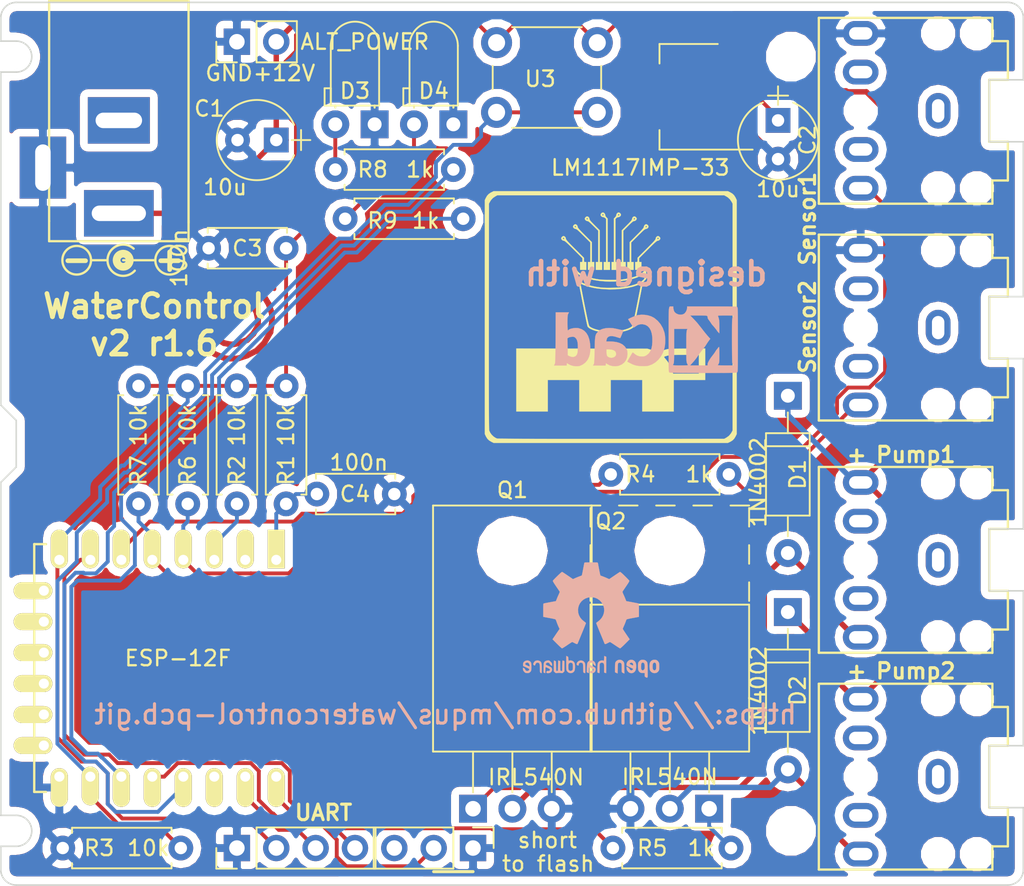
<source format=kicad_pcb>
(kicad_pcb (version 4) (host pcbnew 4.0.6)
  (title_block (title "P2-WaterControl v2") (date 2017-05-04) (rev 1.6))
  (layers (0 F.Cu signal) (31 B.Cu signal) (34 B.Paste user hide) (35 F.Paste user hide) (36 B.SilkS user) (37 F.SilkS user) (38 B.Mask user) (39 F.Mask user) (44 Edge.Cuts user))
  (net 0 "")
  (net 1 /12V)
  (net 2 GNDREF)
  (net 3 "Net-(C4-Pad2)")
  (net 4 "Net-(D1-Pad2)")
  (net 5 "Net-(D2-Pad2)")
  (net 6 /GPIO0)
  (net 7 /RXD0)
  (net 8 /TXD0)
  (net 9 /ctl1)
  (net 10 /ctl2)
  (net 11 "Net-(Q1-Pad1)")
  (net 12 "Net-(Q2-Pad1)")
  (net 13 "Net-(R2-Pad1)")
  (net 14 "Net-(R3-Pad2)")
  (net 15 /ctl3)
  (net 16 /ctl4)
  (net 17 "Net-(J1-Pad3)")
  (net 18 "Net-(J2-Pad3)")
  (net 19 "Net-(J5-Pad1)")
  (net 20 "Net-(J5-Pad5)")
  (net 21 "Net-(J5-Pad4)")
  (net 22 "Net-(J6-Pad1)")
  (net 23 "Net-(J6-Pad5)")
  (net 24 "Net-(J6-Pad4)")
  (net 25 "Net-(J7-Pad1)")
  (net 26 "Net-(J7-Pad5)")
  (net 27 "Net-(J7-Pad4)")
  (net 28 "Net-(J8-Pad1)")
  (net 29 "Net-(J8-Pad5)")
  (net 30 "Net-(J8-Pad4)")
  (net 31 /HEAT_Vcc)
  (net 32 "Net-(U2-Pad2)")
  (net 33 "Net-(U2-Pad14)")
  (net 34 "Net-(U2-Pad17)")
  (net 35 "Net-(U2-Pad18)")
  (net 36 "Net-(U2-Pad21)")
  (net 37 "Net-(U2-Pad22)")
  (net 38 +3V3)
  (net 39 "Net-(D3-Pad2)")
  (net 40 "Net-(D4-Pad2)")
  (net 41 /led2)
  (net 42 /led1)
  (net 43 "Net-(U2-Pad19)")
  (net 44 "Net-(U2-Pad20)")
  (module Symbols:Symbol_CreativeCommons_CopperTop_Type2_Small (layer F.Cu) (at 34 40.5)
    (fp_text reference REF** hide)
    (fp_text value Symbol_CreativeCommons_CopperTop_Type2_Small)
    (fp_line (start 1.7502 -0.9001) (end 1.65114 -0.99916) (layer F.Cu) (width 0.381))
    (fp_line (start 1.65114 -0.99916) (end 1.45048 -1.10076) (layer F.Cu) (width 0.381))
    (fp_line (start 1.45048 -1.10076) (end 1.15076 -1.10076) (layer F.Cu) (width 0.381))
    (fp_line (start 1.15076 -1.10076) (end 0.85104 -0.99916) (layer F.Cu) (width 0.381))
    (fp_line (start 0.85104 -0.99916) (end 0.65038 -0.60038) (layer F.Cu) (width 0.381))
    (fp_line (start 0.65038 -0.60038) (end 0.54878 -0.1) (layer F.Cu) (width 0.381))
    (fp_line (start 0.54878 -0.1) (end 0.54878 0.29878) (layer F.Cu) (width 0.381))
    (fp_line (start 0.54878 0.29878) (end 0.74944 0.7001) (layer F.Cu) (width 0.381))
    (fp_line (start 0.74944 0.7001) (end 1.15076 0.90076) (layer F.Cu) (width 0.381))
    (fp_line (start 1.15076 0.90076) (end 1.34888 0.90076) (layer F.Cu) (width 0.381))
    (fp_line (start 1.34888 0.90076) (end 1.65114 0.90076) (layer F.Cu) (width 0.381))
    (fp_line (start 1.65114 0.90076) (end 1.7502 0.7001) (layer F.Cu) (width 0.381))
    (fp_line (start -0.24878 -0.9001) (end -0.35038 -0.99916) (layer F.Cu) (width 0.381))
    (fp_line (start -0.35038 -0.99916) (end -0.6501 -1.10076) (layer F.Cu) (width 0.381))
    (fp_line (start -0.6501 -1.10076) (end -1.04888 -0.99916) (layer F.Cu) (width 0.381))
    (fp_line (start -1.04888 -0.99916) (end -1.35114 -0.80104) (layer F.Cu) (width 0.381))
    (fp_line (start -1.35114 -0.80104) (end -1.4502 -0.39972) (layer F.Cu) (width 0.381))
    (fp_line (start -1.4502 -0.39972) (end -1.4502 -0.00094) (layer F.Cu) (width 0.381))
    (fp_line (start -1.4502 -0.00094) (end -1.35114 0.49944) (layer F.Cu) (width 0.381))
    (fp_line (start -1.35114 0.49944) (end -1.15048 0.79916) (layer F.Cu) (width 0.381))
    (fp_line (start -1.15048 0.79916) (end -0.85076 0.90076) (layer F.Cu) (width 0.381))
    (fp_line (start -0.85076 0.90076) (end -0.44944 0.90076) (layer F.Cu) (width 0.381))
    (fp_line (start -0.44944 0.90076) (end -0.24878 0.7001) (layer F.Cu) (width 0.381))
    (fp_line (start 0.15 -2.59936) (end 0.05094 -2.59936) (layer F.Cu) (width 0.381))
    (fp_line (start 0.05094 -2.59936) (end -0.55104 -2.5003) (layer F.Cu) (width 0.381))
    (fp_line (start -0.55104 -2.5003) (end -1.04888 -2.29964) (layer F.Cu) (width 0.381))
    (fp_line (start -1.04888 -2.29964) (end -1.54926 -1.90086) (layer F.Cu) (width 0.381))
    (fp_line (start -1.54926 -1.90086) (end -2.04964 -1.29888) (layer F.Cu) (width 0.381))
    (fp_line (start -2.04964 -1.29888) (end -2.2503 -0.9001) (layer F.Cu) (width 0.381))
    (fp_line (start -2.2503 -0.9001) (end -2.34936 -0.39972) (layer F.Cu) (width 0.381))
    (fp_line (start -2.34936 -0.39972) (end -2.34936 0.19972) (layer F.Cu) (width 0.381))
    (fp_line (start -2.34936 0.19972) (end -2.15124 0.99982) (layer F.Cu) (width 0.381))
    (fp_line (start -2.15124 0.99982) (end -1.54926 1.70086) (layer F.Cu) (width 0.381))
    (fp_line (start -1.54926 1.70086) (end -1.04888 2.09964) (layer F.Cu) (width 0.381))
    (fp_line (start -1.04888 2.09964) (end -0.35038 2.39936) (layer F.Cu) (width 0.381))
    (fp_line (start -0.35038 2.39936) (end 0.44972 2.39936) (layer F.Cu) (width 0.381))
    (fp_line (start 0.44972 2.39936) (end 1.04916 2.20124) (layer F.Cu) (width 0.381))
    (fp_line (start 1.04916 2.20124) (end 1.65114 1.89898) (layer F.Cu) (width 0.381))
    (fp_line (start 1.65114 1.89898) (end 2.14898 1.40114) (layer F.Cu) (width 0.381))
    (fp_line (start 2.14898 1.40114) (end 2.5503 0.7001) (layer F.Cu) (width 0.381))
    (fp_line (start 2.5503 0.7001) (end 2.64936 0.10066) (layer F.Cu) (width 0.381))
    (fp_line (start 2.64936 0.10066) (end 2.64936 -0.49878) (layer F.Cu) (width 0.381))
    (fp_line (start 2.64936 -0.49878) (end 2.45124 -1.10076) (layer F.Cu) (width 0.381))
    (fp_line (start 2.45124 -1.10076) (end 2.14898 -1.60114) (layer F.Cu) (width 0.381))
    (fp_line (start 2.14898 -1.60114) (end 1.65114 -2.09898) (layer F.Cu) (width 0.381))
    (fp_line (start 1.65114 -2.09898) (end 1.15076 -2.40124) (layer F.Cu) (width 0.381))
    (fp_line (start 1.15076 -2.40124) (end 0.74944 -2.5003) (layer F.Cu) (width 0.381))
    (fp_line (start 0.74944 -2.5003) (end 0.15 -2.59936) (layer F.Cu) (width 0.381))
  )
  (module Symbols:Symbol_CC-ShareAlike_CopperTop_Small (layer F.Cu) (at 45 40.5)
    (fp_text reference REF** hide)
    (fp_text value Symbol_CC-ShareAlike_CopperTop_Small)
    (fp_line (start -1.09982 1.19888) (end -0.59944 1.50114) (layer F.Cu) (width 0.381))
    (fp_line (start -0.59944 1.50114) (end -0.09906 1.6002) (layer F.Cu) (width 0.381))
    (fp_line (start -0.09906 1.6002) (end 0.39878 1.50114) (layer F.Cu) (width 0.381))
    (fp_line (start 0.39878 1.50114) (end 0.89916 1.30048) (layer F.Cu) (width 0.381))
    (fp_line (start 0.89916 1.30048) (end 1.30048 0.89916) (layer F.Cu) (width 0.381))
    (fp_line (start 1.30048 0.89916) (end 1.6002 0.39878) (layer F.Cu) (width 0.381))
    (fp_line (start 1.6002 0.39878) (end 1.6002 0) (layer F.Cu) (width 0.381))
    (fp_line (start 1.6002 0) (end 1.50114 -0.50038) (layer F.Cu) (width 0.381))
    (fp_line (start 1.50114 -0.50038) (end 1.19888 -1.00076) (layer F.Cu) (width 0.381))
    (fp_line (start 1.19888 -1.00076) (end 0.89916 -1.30048) (layer F.Cu) (width 0.381))
    (fp_line (start 0.89916 -1.30048) (end 0.29972 -1.6002) (layer F.Cu) (width 0.381))
    (fp_line (start 0.29972 -1.6002) (end -0.09906 -1.6002) (layer F.Cu) (width 0.381))
    (fp_line (start -0.09906 -1.6002) (end -0.50038 -1.50114) (layer F.Cu) (width 0.381))
    (fp_line (start -0.50038 -1.50114) (end -1.00076 -1.30048) (layer F.Cu) (width 0.381))
    (fp_line (start 0 -2.49936) (end -0.09906 -2.49936) (layer F.Cu) (width 0.381))
    (fp_line (start -0.09906 -2.49936) (end -0.70104 -2.4003) (layer F.Cu) (width 0.381))
    (fp_line (start -0.70104 -2.4003) (end -1.19888 -2.19964) (layer F.Cu) (width 0.381))
    (fp_line (start -1.19888 -2.19964) (end -1.69926 -1.80086) (layer F.Cu) (width 0.381))
    (fp_line (start -1.69926 -1.80086) (end -2.19964 -1.19888) (layer F.Cu) (width 0.381))
    (fp_line (start -2.19964 -1.19888) (end -2.4003 -0.8001) (layer F.Cu) (width 0.381))
    (fp_line (start -2.4003 -0.8001) (end -2.49936 -0.29972) (layer F.Cu) (width 0.381))
    (fp_line (start -2.49936 -0.29972) (end -2.49936 0.29972) (layer F.Cu) (width 0.381))
    (fp_line (start -2.49936 0.29972) (end -2.30124 1.09982) (layer F.Cu) (width 0.381))
    (fp_line (start -2.30124 1.09982) (end -1.69926 1.80086) (layer F.Cu) (width 0.381))
    (fp_line (start -1.69926 1.80086) (end -1.19888 2.19964) (layer F.Cu) (width 0.381))
    (fp_line (start -1.19888 2.19964) (end -0.50038 2.49936) (layer F.Cu) (width 0.381))
    (fp_line (start -0.50038 2.49936) (end 0.29972 2.49936) (layer F.Cu) (width 0.381))
    (fp_line (start 0.29972 2.49936) (end 0.89916 2.30124) (layer F.Cu) (width 0.381))
    (fp_line (start 0.89916 2.30124) (end 1.50114 1.99898) (layer F.Cu) (width 0.381))
    (fp_line (start 1.50114 1.99898) (end 1.99898 1.50114) (layer F.Cu) (width 0.381))
    (fp_line (start 1.99898 1.50114) (end 2.4003 0.8001) (layer F.Cu) (width 0.381))
    (fp_line (start 2.4003 0.8001) (end 2.49936 0.20066) (layer F.Cu) (width 0.381))
    (fp_line (start 2.49936 0.20066) (end 2.49936 -0.39878) (layer F.Cu) (width 0.381))
    (fp_line (start 2.49936 -0.39878) (end 2.30124 -1.00076) (layer F.Cu) (width 0.381))
    (fp_line (start 2.30124 -1.00076) (end 1.99898 -1.50114) (layer F.Cu) (width 0.381))
    (fp_line (start 1.99898 -1.50114) (end 1.50114 -1.99898) (layer F.Cu) (width 0.381))
    (fp_line (start 1.50114 -1.99898) (end 1.00076 -2.30124) (layer F.Cu) (width 0.381))
    (fp_line (start 1.00076 -2.30124) (end 0.59944 -2.4003) (layer F.Cu) (width 0.381))
    (fp_line (start 0.59944 -2.4003) (end 0 -2.49936) (layer F.Cu) (width 0.381))
  )
  (module Symbols:Symbol_CC-Attribution_CopperTop_Small (layer F.Cu) (at 39.5 40.5)
    (fp_text reference REF** hide)
    (fp_text value Symbol_CC-Attribution_CopperTop_Small)
    (fp_line (start 0 -1.89992) (end 0 -1.50114) (layer F.Cu) (width 0.381))
    (fp_line (start -0.70104 -0.70104) (end 0.59944 -0.70104) (layer F.Cu) (width 0.381))
    (fp_line (start 0.50038 -0.39878) (end -0.70104 -0.39878) (layer F.Cu) (width 0.381))
    (fp_line (start -0.8001 -0.09906) (end 0.50038 -0.09906) (layer F.Cu) (width 0.381))
    (fp_line (start 0 0.29972) (end 0 1.6002) (layer F.Cu) (width 0.381))
    (fp_line (start 0.09906 1.80086) (end 0.29972 1.80086) (layer F.Cu) (width 0.381))
    (fp_line (start 0.29972 1.80086) (end 0.29972 0.20066) (layer F.Cu) (width 0.381))
    (fp_line (start -0.29972 0.29972) (end -0.29972 1.80086) (layer F.Cu) (width 0.381))
    (fp_line (start -0.29972 1.80086) (end 0.20066 1.80086) (layer F.Cu) (width 0.381))
    (fp_line (start -0.8001 -1.00076) (end 0.70104 -1.00076) (layer F.Cu) (width 0.381))
    (fp_line (start 0.70104 -1.00076) (end 0.70104 0.20066) (layer F.Cu) (width 0.381))
    (fp_line (start 0.70104 0.20066) (end -0.8001 0.20066) (layer F.Cu) (width 0.381))
    (fp_line (start -0.8001 0.20066) (end -0.8001 -1.00076) (layer F.Cu) (width 0.381))
    (fp_circle (center 0 -1.69926) (end 0.09906 -1.39954) (layer F.Cu) (width 0.381))
    (fp_line (start 0 -2.49936) (end -0.09906 -2.49936) (layer F.Cu) (width 0.381))
    (fp_line (start -0.09906 -2.49936) (end -0.70104 -2.4003) (layer F.Cu) (width 0.381))
    (fp_line (start -0.70104 -2.4003) (end -1.19888 -2.19964) (layer F.Cu) (width 0.381))
    (fp_line (start -1.19888 -2.19964) (end -1.69926 -1.80086) (layer F.Cu) (width 0.381))
    (fp_line (start -1.69926 -1.80086) (end -2.19964 -1.19888) (layer F.Cu) (width 0.381))
    (fp_line (start -2.19964 -1.19888) (end -2.4003 -0.8001) (layer F.Cu) (width 0.381))
    (fp_line (start -2.4003 -0.8001) (end -2.49936 -0.29972) (layer F.Cu) (width 0.381))
    (fp_line (start -2.49936 -0.29972) (end -2.49936 0.29972) (layer F.Cu) (width 0.381))
    (fp_line (start -2.49936 0.29972) (end -2.30124 1.09982) (layer F.Cu) (width 0.381))
    (fp_line (start -2.30124 1.09982) (end -1.69926 1.80086) (layer F.Cu) (width 0.381))
    (fp_line (start -1.69926 1.80086) (end -1.19888 2.19964) (layer F.Cu) (width 0.381))
    (fp_line (start -1.19888 2.19964) (end -0.50038 2.49936) (layer F.Cu) (width 0.381))
    (fp_line (start -0.50038 2.49936) (end 0.29972 2.49936) (layer F.Cu) (width 0.381))
    (fp_line (start 0.29972 2.49936) (end 0.89916 2.30124) (layer F.Cu) (width 0.381))
    (fp_line (start 0.89916 2.30124) (end 1.50114 1.99898) (layer F.Cu) (width 0.381))
    (fp_line (start 1.50114 1.99898) (end 1.99898 1.50114) (layer F.Cu) (width 0.381))
    (fp_line (start 1.99898 1.50114) (end 2.4003 0.8001) (layer F.Cu) (width 0.381))
    (fp_line (start 2.4003 0.8001) (end 2.49936 0.20066) (layer F.Cu) (width 0.381))
    (fp_line (start 2.49936 0.20066) (end 2.49936 -0.39878) (layer F.Cu) (width 0.381))
    (fp_line (start 2.49936 -0.39878) (end 2.30124 -1.00076) (layer F.Cu) (width 0.381))
    (fp_line (start 2.30124 -1.00076) (end 1.99898 -1.50114) (layer F.Cu) (width 0.381))
    (fp_line (start 1.99898 -1.50114) (end 1.50114 -1.99898) (layer F.Cu) (width 0.381))
    (fp_line (start 1.50114 -1.99898) (end 1.00076 -2.30124) (layer F.Cu) (width 0.381))
    (fp_line (start 1.00076 -2.30124) (end 0.59944 -2.4003) (layer F.Cu) (width 0.381))
    (fp_line (start 0.59944 -2.4003) (end 0 -2.49936) (layer F.Cu) (width 0.381))
  )
  (module Symbols:OSHW-Logo2_9.8x8mm_SilkScreen (layer B.Cu) (at 68.1 59.878 180)
    (fp_text reference REF*** hide)
    (fp_text value OSHW-Logo2_9.8x8mm_SilkScreen hide)
  )
  (module Symbols:Symbol_KiCAD-Logo_CopperAndSilkScreenTop (layer B.Cu) (at 71.656 41.59 180)
    (fp_text reference REF** hide)
    (fp_text value "KiCAD Logo" hide)
  )
  (module Symbols:Symbol_Barrel_Polarity (layer F.Cu) (at 37.9 36.575)
    (fp_text reference REF** hide)
    (fp_text value Symbol_Barrel_Polarity)
  )
  (module TO_SOT_Packages_THT:TO-220_Horizontal_Reversed (layer F.Cu) (at 75.72 72.07 180)
    (fp_text reference Q2 (at 6.35 18.565 180) (layer F.SilkS))
    (fp_text value IRL540N (at 2.54 2.055 180) (layer F.SilkS))
    (pad 0 np_thru_hole oval (at 2.54 16.66 180) (size 3.5 3.5) (drill 3.5) (layers *.Cu *.Mask))
    (pad 1 thru_hole rect (at 0 0 180) (size 1.8 1.8) (drill 1) (layers *.Cu *.Mask) (net 12 "Net-(Q2-Pad1)"))
    (pad 2 thru_hole oval (at 2.54 0 180) (size 1.8 1.8) (drill 1) (layers *.Cu *.Mask) (net 5 "Net-(D2-Pad2)"))
    (pad 3 thru_hole oval (at 5.08 0 180) (size 1.8 1.8) (drill 1) (layers *.Cu *.Mask) (net 2 GNDREF))
  )
  (module TO_SOT_Packages_THT:TO-220_Horizontal (layer F.Cu) (at 60.48 72.07)
    (fp_text reference Q1 (at 2.54 -20.58) (layer F.SilkS))
    (fp_text value IRL540N (at 4.064 -2.032) (layer F.SilkS))
    (pad 0 np_thru_hole oval (at 2.54 -16.66) (size 3.5 3.5) (drill 3.5) (layers *.Cu *.Mask))
    (pad 1 thru_hole rect (at 0 0) (size 1.8 1.8) (drill 1) (layers *.Cu *.Mask) (net 11 "Net-(Q1-Pad1)"))
    (pad 2 thru_hole oval (at 2.54 0) (size 1.8 1.8) (drill 1) (layers *.Cu *.Mask) (net 4 "Net-(D1-Pad2)"))
    (pad 3 thru_hole oval (at 5.08 0) (size 1.8 1.8) (drill 1) (layers *.Cu *.Mask) (net 2 GNDREF))
  )
  (module Mounting_Holes:MountingHole_2.2mm_M2_DIN965 (layer F.Cu) (at 81 73.5)
    (fp_text reference REF** hide)
    (fp_text value MountingHole_2.2mm_M2_DIN965)
    (pad 1 np_thru_hole circle (at 0 0) (size 2.2 2.2) (drill 2.2) (layers *.Cu *.Mask))
  )
  (module Mounting_Holes:MountingHole_2.2mm_M2_DIN965 (layer F.Cu) (at 81 23.5)
    (fp_text reference REF** hide)
    (fp_text value MountingHole_2.2mm_M2_DIN965)
    (pad 1 np_thru_hole circle (at 0 0) (size 2.2 2.2) (drill 2.2) (layers *.Cu *.Mask))
  )
  (module myfootprints:Barrel_Jack_5.5_2.1mm (layer F.Cu) (at 37.62 27.62 270)
    (fp_text reference J1)
    (fp_text value BARREL_JACK hide)
    (pad 3 thru_hole rect (at 0 0 270) (size 3 4) (drill oval 1 3) (layers *.Cu *.Mask) (net 17 "Net-(J1-Pad3)"))
    (pad 2 thru_hole rect (at 3.05 4.9 270) (size 4 3) (drill oval 3 1) (layers *.Cu *.Mask) (net 2 GNDREF))
    (pad 1 thru_hole rect (at 6 0 270) (size 3 4.5) (drill oval 1 3.5) (layers *.Cu *.Mask) (net 1 /12V))
  )
  (module TO_SOT_Packages_SMD:SOT-223 (layer F.Cu) (at 74.425 26.096 180)
    (fp_text reference U1)
    (fp_text value LM1117IMP-33 (at 3.15 -4.572 180) (layer F.SilkS))
    (pad 4 smd rect (at 3.15 0 180) (size 2 3.8) (layers F.Cu F.Paste F.Mask) (net 31 /HEAT_Vcc))
    (pad 2 smd rect (at -3.15 0 180) (size 2 1.5) (layers F.Cu F.Paste F.Mask) (net 38 +3V3))
    (pad 3 smd rect (at -3.15 2.3 180) (size 2 1.5) (layers F.Cu F.Paste F.Mask) (net 1 /12V))
    (pad 1 smd rect (at -3.15 -2.3 180) (size 2 1.5) (layers F.Cu F.Paste F.Mask) (net 2 GNDREF))
  )
  (module Resistors_THT:R_Axial_DIN0207_L6.3mm_D2.5mm_P7.62mm_Horizontal (layer F.Cu) (at 38.89 44.765 270)
    (fp_text reference R7 (at 5.461 0 270) (layer F.SilkS))
    (fp_text value 10k (at 2.54 0 270) (layer F.SilkS))
    (pad 1 thru_hole circle (at 0 0 270) (size 1.6 1.6) (drill 0.8) (layers *.Cu *.Mask) (net 38 +3V3))
    (pad 2 thru_hole oval (at 7.62 0 270) (size 1.6 1.6) (drill 0.8) (layers *.Cu *.Mask) (net 10 /ctl2))
  )
  (module Resistors_THT:R_Axial_DIN0207_L6.3mm_D2.5mm_P7.62mm_Horizontal (layer F.Cu) (at 42.065 52.385 90)
    (fp_text reference R6 (at 2.159 0 90) (layer F.SilkS))
    (fp_text value 10k (at 5.08 0 90) (layer F.SilkS))
    (pad 1 thru_hole circle (at 0 0 90) (size 1.6 1.6) (drill 0.8) (layers *.Cu *.Mask) (net 9 /ctl1))
    (pad 2 thru_hole oval (at 7.62 0 90) (size 1.6 1.6) (drill 0.8) (layers *.Cu *.Mask) (net 38 +3V3))
  )
  (module Resistors_THT:R_Axial_DIN0207_L6.3mm_D2.5mm_P7.62mm_Horizontal (layer F.Cu) (at 77.12863 74.61 180)
    (fp_text reference R5 (at 5.08 0 180) (layer F.SilkS))
    (fp_text value 1k (at 1.905 0 180) (layer F.SilkS))
    (pad 1 thru_hole circle (at 0 0 180) (size 1.6 1.6) (drill 0.8) (layers *.Cu *.Mask) (net 12 "Net-(Q2-Pad1)"))
    (pad 2 thru_hole oval (at 7.62 0 180) (size 1.6 1.6) (drill 0.8) (layers *.Cu *.Mask) (net 16 /ctl4))
  )
  (module Resistors_THT:R_Axial_DIN0207_L6.3mm_D2.5mm_P7.62mm_Horizontal (layer F.Cu) (at 76.99 50.48 180)
    (fp_text reference R4 (at 5.715 0 180) (layer F.SilkS))
    (fp_text value 1k (at 1.905 0 180) (layer F.SilkS))
    (pad 1 thru_hole circle (at 0 0 180) (size 1.6 1.6) (drill 0.8) (layers *.Cu *.Mask) (net 11 "Net-(Q1-Pad1)"))
    (pad 2 thru_hole oval (at 7.62 0 180) (size 1.6 1.6) (drill 0.8) (layers *.Cu *.Mask) (net 15 /ctl3))
  )
  (module Resistors_THT:R_Axial_DIN0207_L6.3mm_D2.5mm_P7.62mm_Horizontal (layer F.Cu) (at 34 74.61)
    (fp_text reference R3 (at 2.35 0) (layer F.SilkS))
    (fp_text value 10k (at 5.525 0) (layer F.SilkS))
    (pad 1 thru_hole circle (at 0 0) (size 1.6 1.6) (drill 0.8) (layers *.Cu *.Mask) (net 2 GNDREF))
    (pad 2 thru_hole oval (at 7.62 0) (size 1.6 1.6) (drill 0.8) (layers *.Cu *.Mask) (net 14 "Net-(R3-Pad2)"))
  )
  (module Resistors_THT:R_Axial_DIN0207_L6.3mm_D2.5mm_P7.62mm_Horizontal (layer F.Cu) (at 45.24 52.385 90)
    (fp_text reference R2 (at 2.159 0 90) (layer F.SilkS))
    (fp_text value 10k (at 5.08 0 90) (layer F.SilkS))
    (pad 1 thru_hole circle (at 0 0 90) (size 1.6 1.6) (drill 0.8) (layers *.Cu *.Mask) (net 13 "Net-(R2-Pad1)"))
    (pad 2 thru_hole oval (at 7.62 0 90) (size 1.6 1.6) (drill 0.8) (layers *.Cu *.Mask) (net 38 +3V3))
  )
  (module Resistors_THT:R_Axial_DIN0207_L6.3mm_D2.5mm_P7.62mm_Horizontal (layer F.Cu) (at 48.415 52.385 90)
    (fp_text reference R1 (at 2.159 0 90) (layer F.SilkS))
    (fp_text value 10k (at 5.08 0 90) (layer F.SilkS))
    (pad 1 thru_hole circle (at 0 0 90) (size 1.6 1.6) (drill 0.8) (layers *.Cu *.Mask) (net 3 "Net-(C4-Pad2)"))
    (pad 2 thru_hole oval (at 7.62 0 90) (size 1.6 1.6) (drill 0.8) (layers *.Cu *.Mask) (net 38 +3V3))
  )
  (module Pin_Headers:Pin_Header_Straight_1x02_Pitch2.54mm (layer F.Cu) (at 45.24 22.54 90)
    (fp_text reference J4)
    (fp_text value ALT_POWER (at 0 8.255 180) (layer F.SilkS))
    (pad 1 thru_hole rect (at 0 0 90) (size 1.7 1.7) (drill 1) (layers *.Cu *.Mask) (net 2 GNDREF))
    (pad 2 thru_hole oval (at 0 2.54 90) (size 1.7 1.7) (drill 1) (layers *.Cu *.Mask) (net 1 /12V))
  )
  (module Pin_Headers:Pin_Header_Straight_1x04_Pitch2.54mm (layer F.Cu) (at 45.24 74.61 90)
    (fp_text reference J3 hide)
    (fp_text value UART)
    (pad 1 thru_hole rect (at 0 0 90) (size 1.7 1.7) (drill 1) (layers *.Cu *.Mask) (net 2 GNDREF))
    (pad 2 thru_hole oval (at 0 2.54 90) (size 1.7 1.7) (drill 1) (layers *.Cu *.Mask) (net 38 +3V3))
    (pad 3 thru_hole oval (at 0 5.08 90) (size 1.7 1.7) (drill 1) (layers *.Cu *.Mask) (net 7 /RXD0))
    (pad 4 thru_hole oval (at 0 7.62 90) (size 1.7 1.7) (drill 1) (layers *.Cu *.Mask) (net 8 /TXD0))
  )
  (module Pin_Headers:Pin_Header_Straight_1x03_Pitch2.54mm (layer F.Cu) (at 60.48 74.61 270)
    (fp_text reference J2 hide)
    (fp_text value FLASH_JMP)
    (pad 1 thru_hole rect (at 0 0 270) (size 1.7 1.7) (drill 1) (layers *.Cu *.Mask) (net 2 GNDREF))
    (pad 2 thru_hole oval (at 0 2.54 270) (size 1.7 1.7) (drill 1) (layers *.Cu *.Mask) (net 6 /GPIO0))
    (pad 3 thru_hole oval (at 0 5.08 270) (size 1.7 1.7) (drill 1) (layers *.Cu *.Mask) (net 18 "Net-(J2-Pad3)"))
  )
  (module Diodes_THT:D_A-405_P10.16mm_Horizontal (layer F.Cu) (at 80.8 59.37 270)
    (fp_text reference D2 (at 5.08 -0.635 270) (layer F.SilkS))
    (fp_text value 1N4002 (at 5.08 1.905 270) (layer F.SilkS))
    (pad 1 thru_hole rect (at 0 0 270) (size 1.8 1.8) (drill 0.9) (layers *.Cu *.Mask) (net 1 /12V))
    (pad 2 thru_hole oval (at 10.16 0 270) (size 1.8 1.8) (drill 0.9) (layers *.Cu *.Mask) (net 5 "Net-(D2-Pad2)"))
  )
  (module Capacitors_THT:C_Disc_D5.0mm_W2.5mm_P5.00mm (layer F.Cu) (at 55.4 51.75 180)
    (fp_text reference C4 (at 2.54 0 180) (layer F.SilkS))
    (fp_text value 100n (at 2.286 2.032 180) (layer F.SilkS))
    (pad 1 thru_hole circle (at 0 0 180) (size 1.6 1.6) (drill 0.8) (layers *.Cu *.Mask) (net 2 GNDREF))
    (pad 2 thru_hole circle (at 5 0 180) (size 1.6 1.6) (drill 0.8) (layers *.Cu *.Mask) (net 3 "Net-(C4-Pad2)"))
  )
  (module Capacitors_THT:C_Disc_D5.0mm_W2.5mm_P5.00mm (layer F.Cu) (at 43.415 35.875)
    (fp_text reference C3 (at 2.5 0) (layer F.SilkS))
    (fp_text value 100n (at -1.905 0.635 90) (layer F.SilkS))
    (pad 1 thru_hole circle (at 0 0) (size 1.6 1.6) (drill 0.8) (layers *.Cu *.Mask) (net 2 GNDREF))
    (pad 2 thru_hole circle (at 5 0) (size 1.6 1.6) (drill 0.8) (layers *.Cu *.Mask) (net 38 +3V3))
  )
  (module Capacitors_THT:CP_Radial_Tantal_D5.0mm_P2.50mm (layer F.Cu) (at 80.165 27.62 270)
    (fp_text reference C2 (at 1.27 -1.905 450) (layer F.SilkS))
    (fp_text value 10u (at 4.445 0 540) (layer F.SilkS))
    (pad 1 thru_hole rect (at 0 0 270) (size 1.6 1.6) (drill 0.8) (layers *.Cu *.Mask) (net 38 +3V3))
    (pad 2 thru_hole circle (at 2.5 0 270) (size 1.6 1.6) (drill 0.8) (layers *.Cu *.Mask) (net 2 GNDREF))
  )
  (module Capacitors_THT:CP_Radial_Tantal_D5.0mm_P2.50mm (layer F.Cu) (at 47.78 28.89 180)
    (fp_text reference C1 (at 4.318 2.032 180) (layer F.SilkS))
    (fp_text value 10u (at 3.302 -3.048 180) (layer F.SilkS))
    (pad 1 thru_hole rect (at 0 0 180) (size 1.6 1.6) (drill 0.8) (layers *.Cu *.Mask) (net 1 /12V))
    (pad 2 thru_hole circle (at 2.5 0 180) (size 1.6 1.6) (drill 0.8) (layers *.Cu *.Mask) (net 2 GNDREF))
  )
  (module Diodes_THT:D_A-405_P10.16mm_Horizontal (layer F.Cu) (at 80.8 45.4 270)
    (fp_text reference D1 (at 5.08 -0.635 270) (layer F.SilkS))
    (fp_text value 1N4002 (at 5.588 1.905 270) (layer F.SilkS))
    (pad 1 thru_hole rect (at 0 0 270) (size 1.8 1.8) (drill 0.9) (layers *.Cu *.Mask) (net 1 /12V))
    (pad 2 thru_hole oval (at 10.16 0 270) (size 1.8 1.8) (drill 0.9) (layers *.Cu *.Mask) (net 4 "Net-(D1-Pad2)"))
  )
  (module esp8266:ESP-12E (layer F.Cu) (at 47.78 56 270)
    (fp_text reference U2 hide)
    (fp_text value ESP-12F (at 6.35 6.35 360) (layer F.SilkS))
    (pad 1 thru_hole rect (at 0 0 270) (size 2.5 1.1) (drill 0.65 (offset -0.7 0)) (layers *.Cu *.Mask F.SilkS) (net 3 "Net-(C4-Pad2)"))
    (pad 2 thru_hole oval (at 0 2 270) (size 2.5 1.1) (drill 0.65 (offset -0.7 0)) (layers *.Cu *.Mask F.SilkS) (net 32 "Net-(U2-Pad2)"))
    (pad 3 thru_hole oval (at 0 4 270) (size 2.5 1.1) (drill 0.65 (offset -0.7 0)) (layers *.Cu *.Mask F.SilkS) (net 13 "Net-(R2-Pad1)"))
    (pad 4 thru_hole oval (at 0 6 270) (size 2.5 1.1) (drill 0.65 (offset -0.7 0)) (layers *.Cu *.Mask F.SilkS) (net 9 /ctl1))
    (pad 5 thru_hole oval (at 0 8 270) (size 2.5 1.1) (drill 0.65 (offset -0.7 0)) (layers *.Cu *.Mask F.SilkS) (net 10 /ctl2))
    (pad 6 thru_hole oval (at 0 10 270) (size 2.5 1.1) (drill 0.65 (offset -0.7 0)) (layers *.Cu *.Mask F.SilkS) (net 15 /ctl3))
    (pad 7 thru_hole oval (at 0 12 270) (size 2.5 1.1) (drill 0.65 (offset -0.7 0)) (layers *.Cu *.Mask F.SilkS) (net 16 /ctl4))
    (pad 8 thru_hole oval (at 0 14 270) (size 2.5 1.1) (drill 0.65 (offset -0.7 0)) (layers *.Cu *.Mask F.SilkS) (net 38 +3V3))
    (pad 9 thru_hole oval (at 14 14 270) (size 2.5 1.1) (drill 0.65 (offset 0.7 0)) (layers *.Cu *.Mask F.SilkS) (net 2 GNDREF))
    (pad 10 thru_hole oval (at 14 12 270) (size 2.5 1.1) (drill 0.65 (offset 0.6 0)) (layers *.Cu *.Mask F.SilkS) (net 14 "Net-(R3-Pad2)"))
    (pad 11 thru_hole oval (at 14 10 270) (size 2.5 1.1) (drill 0.65 (offset 0.7 0)) (layers *.Cu *.Mask F.SilkS) (net 42 /led1))
    (pad 12 thru_hole oval (at 14 8 270) (size 2.5 1.1) (drill 0.65 (offset 0.7 0)) (layers *.Cu *.Mask F.SilkS) (net 6 /GPIO0))
    (pad 13 thru_hole oval (at 14 6 270) (size 2.5 1.1) (drill 0.65 (offset 0.7 0)) (layers *.Cu *.Mask F.SilkS) (net 41 /led2))
    (pad 14 thru_hole oval (at 14 4 270) (size 2.5 1.1) (drill 0.65 (offset 0.7 0)) (layers *.Cu *.Mask F.SilkS) (net 33 "Net-(U2-Pad14)"))
    (pad 15 thru_hole oval (at 14 2 270) (size 2.5 1.1) (drill 0.65 (offset 0.7 0)) (layers *.Cu *.Mask F.SilkS) (net 7 /RXD0))
    (pad 16 thru_hole oval (at 14 0 270) (size 2.5 1.1) (drill 0.65 (offset 0.7 0)) (layers *.Cu *.Mask F.SilkS) (net 8 /TXD0))
    (pad 17 thru_hole oval (at 1.99 15) (size 2.5 1.1) (drill 0.65 (offset -0.7 0)) (layers *.Cu *.Mask F.SilkS) (net 34 "Net-(U2-Pad17)"))
    (pad 18 thru_hole oval (at 3.99 15) (size 2.5 1.1) (drill 0.65 (offset -0.7 0)) (layers *.Cu *.Mask F.SilkS) (net 35 "Net-(U2-Pad18)"))
    (pad 19 thru_hole oval (at 5.99 15) (size 2.5 1.1) (drill 0.65 (offset -0.7 0)) (layers *.Cu *.Mask F.SilkS) (net 43 "Net-(U2-Pad19)"))
    (pad 20 thru_hole oval (at 7.99 15) (size 2.5 1.1) (drill 0.65 (offset -0.7 0)) (layers *.Cu *.Mask F.SilkS) (net 44 "Net-(U2-Pad20)"))
    (pad 21 thru_hole oval (at 9.99 15) (size 2.5 1.1) (drill 0.65 (offset -0.7 0)) (layers *.Cu *.Mask F.SilkS) (net 36 "Net-(U2-Pad21)"))
    (pad 22 thru_hole oval (at 11.99 15) (size 2.5 1.1) (drill 0.65 (offset -0.7 0)) (layers *.Cu *.Mask F.SilkS) (net 37 "Net-(U2-Pad22)"))
  )
  (module mylogos:mr_edge_pcbpot (layer F.Cu) (at 69.37 40.32)
    (fp_text reference G*** hide)
    (fp_text value MR_EDGE_PCBPOT hide)
  )
  (module Resistors_THT:R_Axial_DIN0207_L6.3mm_D2.5mm_P7.62mm_Horizontal (layer F.Cu) (at 59.21 30.795 180)
    (fp_text reference R8 (at 5.207 0 180) (layer F.SilkS))
    (fp_text value 1k (at 2.159 0 180) (layer F.SilkS))
    (pad 1 thru_hole circle (at 0 0 180) (size 1.6 1.6) (drill 0.8) (layers *.Cu *.Mask) (net 41 /led2))
    (pad 2 thru_hole oval (at 7.62 0 180) (size 1.6 1.6) (drill 0.8) (layers *.Cu *.Mask) (net 39 "Net-(D3-Pad2)"))
  )
  (module Resistors_THT:R_Axial_DIN0207_L6.3mm_D2.5mm_P7.62mm_Horizontal (layer F.Cu) (at 59.845 33.97 180)
    (fp_text reference R9 (at 5.207 -0.127 180) (layer F.SilkS))
    (fp_text value 1k (at 2.413 -0.127 180) (layer F.SilkS))
    (pad 1 thru_hole circle (at 0 0 180) (size 1.6 1.6) (drill 0.8) (layers *.Cu *.Mask) (net 42 /led1))
    (pad 2 thru_hole oval (at 7.62 0 180) (size 1.6 1.6) (drill 0.8) (layers *.Cu *.Mask) (net 40 "Net-(D4-Pad2)"))
  )
  (module Buttons_Switches_THT:SW_PUSH_6mm (layer F.Cu) (at 68.5 27.1 180)
    (fp_text reference U3 (at 3.683 2.159 180) (layer F.SilkS))
    (fp_text value Switch)
    (pad 2 thru_hole circle (at 0 4.5 270) (size 2 2) (drill 1.1) (layers *.Cu *.Mask) (net 38 +3V3))
    (pad 1 thru_hole circle (at 0 0 270) (size 2 2) (drill 1.1) (layers *.Cu *.Mask) (net 14 "Net-(R3-Pad2)"))
    (pad 2 thru_hole circle (at 6.5 4.5 270) (size 2 2) (drill 1.1) (layers *.Cu *.Mask) (net 38 +3V3))
    (pad 1 thru_hole circle (at 6.5 0 270) (size 2 2) (drill 1.1) (layers *.Cu *.Mask) (net 14 "Net-(R3-Pad2)"))
  )
  (module LEDs:LED_D3.0mm_Horizontal_O1.27mm_Z2.0mm (layer F.Cu) (at 59.21 27.874 180)
    (fp_text reference D4 (at 1.27 2.159 180) (layer F.SilkS))
    (fp_text value LED)
    (pad 1 thru_hole rect (at 0 0 180) (size 1.8 1.8) (drill 0.9) (layers *.Cu *.Mask) (net 2 GNDREF))
    (pad 2 thru_hole circle (at 2.54 0 180) (size 1.8 1.8) (drill 0.9) (layers *.Cu *.Mask) (net 40 "Net-(D4-Pad2)"))
  )
  (module LEDs:LED_D3.0mm_Horizontal_O1.27mm_Z2.0mm (layer F.Cu) (at 54.13 27.874 180)
    (fp_text reference D3 (at 1.27 2.159 180) (layer F.SilkS))
    (fp_text value LED)
    (pad 1 thru_hole rect (at 0 0 180) (size 1.8 1.8) (drill 0.9) (layers *.Cu *.Mask) (net 2 GNDREF))
    (pad 2 thru_hole circle (at 2.54 0 180) (size 1.8 1.8) (drill 0.9) (layers *.Cu *.Mask) (net 39 "Net-(D3-Pad2)"))
  )
  (module myfootprints:3.5mm_5pin_jack (layer F.Cu) (at 90.5 56 180)
    (fp_text reference J7)
    (fp_text value jack-3.5mm-5pin)
    (pad "" np_thru_hole circle (at 5 0 180) (size 1.2 1.2) (drill 1.2) (layers *.Cu))
    (pad "" np_thru_hole circle (at 0 5 180) (size 1.2 1.2) (drill 1.2) (layers *.Cu))
    (pad "" np_thru_hole circle (at -2.5 5 180) (size 1.2 1.2) (drill 1.2) (layers *.Cu))
    (pad "" np_thru_hole circle (at 0 -5 180) (size 1.2 1.2) (drill 1.2) (layers *.Cu))
    (pad 1 thru_hole oval (at 0 0 180) (size 1.6 2.3) (drill oval 0.8 1.5) (layers *.Cu *.Mask) (net 25 "Net-(J7-Pad1)"))
    (pad 3 thru_hole oval (at 5 -5 180) (size 2.3 1.6) (drill oval 1.5 0.8) (layers *.Cu *.Mask) (net 4 "Net-(D1-Pad2)"))
    (pad 5 thru_hole oval (at 5 -2.5 180) (size 2.3 1.6) (drill oval 1.5 0.8) (layers *.Cu *.Mask) (net 26 "Net-(J7-Pad5)"))
    (pad 4 thru_hole oval (at 5 2.5 180) (size 2.3 1.6) (drill oval 1.5 0.8) (layers *.Cu *.Mask) (net 27 "Net-(J7-Pad4)"))
    (pad 2 thru_hole oval (at 5 5 180) (size 2.3 1.6) (drill oval 1.5 0.8) (layers *.Cu *.Mask) (net 1 /12V))
    (pad "" np_thru_hole circle (at -2.5 -5 180) (size 1.2 1.2) (drill 1.2) (layers *.Cu))
  )
  (module myfootprints:3.5mm_5pin_jack (layer F.Cu) (at 90.5 27 180)
    (fp_text reference J5)
    (fp_text value jack-3.5mm-5pin)
    (pad "" np_thru_hole circle (at 5 0 180) (size 1.2 1.2) (drill 1.2) (layers *.Cu))
    (pad "" np_thru_hole circle (at 0 5 180) (size 1.2 1.2) (drill 1.2) (layers *.Cu))
    (pad "" np_thru_hole circle (at -2.5 5 180) (size 1.2 1.2) (drill 1.2) (layers *.Cu))
    (pad "" np_thru_hole circle (at 0 -5 180) (size 1.2 1.2) (drill 1.2) (layers *.Cu))
    (pad 1 thru_hole oval (at 0 0 180) (size 1.6 2.3) (drill oval 0.8 1.5) (layers *.Cu *.Mask) (net 19 "Net-(J5-Pad1)"))
    (pad 3 thru_hole oval (at 5 -5 180) (size 2.3 1.6) (drill oval 1.5 0.8) (layers *.Cu *.Mask) (net 9 /ctl1))
    (pad 5 thru_hole oval (at 5 -2.5 180) (size 2.3 1.6) (drill oval 1.5 0.8) (layers *.Cu *.Mask) (net 20 "Net-(J5-Pad5)"))
    (pad 4 thru_hole oval (at 5 2.5 180) (size 2.3 1.6) (drill oval 1.5 0.8) (layers *.Cu *.Mask) (net 21 "Net-(J5-Pad4)"))
    (pad 2 thru_hole oval (at 5 5 180) (size 2.3 1.6) (drill oval 1.5 0.8) (layers *.Cu *.Mask) (net 2 GNDREF))
    (pad "" np_thru_hole circle (at -2.5 -5 180) (size 1.2 1.2) (drill 1.2) (layers *.Cu))
  )
  (module myfootprints:3.5mm_5pin_jack (layer F.Cu) (at 90.5 41 180)
    (fp_text reference J6)
    (fp_text value jack-3.5mm-5pin)
    (pad "" np_thru_hole circle (at 5 0 180) (size 1.2 1.2) (drill 1.2) (layers *.Cu))
    (pad "" np_thru_hole circle (at 0 5 180) (size 1.2 1.2) (drill 1.2) (layers *.Cu))
    (pad "" np_thru_hole circle (at -2.5 5 180) (size 1.2 1.2) (drill 1.2) (layers *.Cu))
    (pad "" np_thru_hole circle (at 0 -5 180) (size 1.2 1.2) (drill 1.2) (layers *.Cu))
    (pad 1 thru_hole oval (at 0 0 180) (size 1.6 2.3) (drill oval 0.8 1.5) (layers *.Cu *.Mask) (net 22 "Net-(J6-Pad1)"))
    (pad 3 thru_hole oval (at 5 -5 180) (size 2.3 1.6) (drill oval 1.5 0.8) (layers *.Cu *.Mask) (net 10 /ctl2))
    (pad 5 thru_hole oval (at 5 -2.5 180) (size 2.3 1.6) (drill oval 1.5 0.8) (layers *.Cu *.Mask) (net 23 "Net-(J6-Pad5)"))
    (pad 4 thru_hole oval (at 5 2.5 180) (size 2.3 1.6) (drill oval 1.5 0.8) (layers *.Cu *.Mask) (net 24 "Net-(J6-Pad4)"))
    (pad 2 thru_hole oval (at 5 5 180) (size 2.3 1.6) (drill oval 1.5 0.8) (layers *.Cu *.Mask) (net 2 GNDREF))
    (pad "" np_thru_hole circle (at -2.5 -5 180) (size 1.2 1.2) (drill 1.2) (layers *.Cu))
  )
  (module myfootprints:3.5mm_5pin_jack (layer F.Cu) (at 90.5 70 180)
    (fp_text reference J8)
    (fp_text value jack-3.5mm-5pin)
    (pad "" np_thru_hole circle (at 5 0 180) (size 1.2 1.2) (drill 1.2) (layers *.Cu))
    (pad "" np_thru_hole circle (at 0 5 180) (size 1.2 1.2) (drill 1.2) (layers *.Cu))
    (pad "" np_thru_hole circle (at -2.5 5 180) (size 1.2 1.2) (drill 1.2) (layers *.Cu))
    (pad "" np_thru_hole circle (at 0 -5 180) (size 1.2 1.2) (drill 1.2) (layers *.Cu))
    (pad 1 thru_hole oval (at 0 0 180) (size 1.6 2.3) (drill oval 0.8 1.5) (layers *.Cu *.Mask) (net 28 "Net-(J8-Pad1)"))
    (pad 3 thru_hole oval (at 5 -5 180) (size 2.3 1.6) (drill oval 1.5 0.8) (layers *.Cu *.Mask) (net 5 "Net-(D2-Pad2)"))
    (pad 5 thru_hole oval (at 5 -2.5 180) (size 2.3 1.6) (drill oval 1.5 0.8) (layers *.Cu *.Mask) (net 29 "Net-(J8-Pad5)"))
    (pad 4 thru_hole oval (at 5 2.5 180) (size 2.3 1.6) (drill oval 1.5 0.8) (layers *.Cu *.Mask) (net 30 "Net-(J8-Pad4)"))
    (pad 2 thru_hole oval (at 5 5 180) (size 2.3 1.6) (drill oval 1.5 0.8) (layers *.Cu *.Mask) (net 1 /12V))
    (pad "" np_thru_hole circle (at -2.5 -5 180) (size 1.2 1.2) (drill 1.2) (layers *.Cu))
  )
  (gr_text short (at 63.274 74.102) (layer F.SilkS) (effects (font (size 1 1)) (justify left)))
  (gr_text + (at 85.245 63.18) (layer F.SilkS) (effects (font (size 1 1) (thickness 0.2))))
  (gr_text + (at 85.245 49.21) (layer F.SilkS) (effects (font (size 1 1) (thickness 0.2))))
  (gr_text Pump2 (at 89.055 63.18) (layer F.SilkS) (effects (font (size 1 1) (thickness 0.2))))
  (gr_text Pump1 (at 89.055 49.21) (layer F.SilkS) (effects (font (size 1 1) (thickness 0.2))))
  (gr_text Sensor2 (at 82.07 40.955 90) (layer F.SilkS) (effects (font (size 1 1) (thickness 0.2))))
  (gr_text Sensor1 (at 82.07 33.97 90) (layer F.SilkS) (effects (font (size 1 1) (thickness 0.2))))
  (gr_arc (start 95 76) (end 96 76) (angle 90) (layer Edge.Cuts) (width 0.1))
  (gr_arc (start 95 21) (end 95 20) (angle 90) (layer Edge.Cuts) (width 0.1))
  (gr_arc (start 31 21) (end 30 21) (angle 90) (layer Edge.Cuts) (width 0.1))
  (gr_arc (start 31 76) (end 31 77) (angle 90) (layer Edge.Cuts) (width 0.1))
  (gr_arc (start 31 73.5) (end 31 72.5) (angle 180) (layer Edge.Cuts) (width 0.1))
  (gr_arc (start 31 23.5) (end 31 22.5) (angle 180) (layer Edge.Cuts) (width 0.1))
  (gr_text "v " (at 44.3 39.7 290) (layer F.Cu) (effects (font (size 1.5 1.5) (thickness 0.3))))
  (gr_line (start 30 22.5) (end 30 21) (layer Edge.Cuts) (width 0.1))
  (gr_line (start 31 22.5) (end 30 22.5) (layer Edge.Cuts) (width 0.1))
  (gr_line (start 30 24.5) (end 31 24.5) (layer Edge.Cuts) (width 0.1))
  (gr_line (start 30 46) (end 30 24.5) (layer Edge.Cuts) (width 0.1))
  (gr_line (start 30 72.5) (end 30 51) (layer Edge.Cuts) (width 0.1))
  (gr_line (start 31 72.5) (end 30 72.5) (layer Edge.Cuts) (width 0.1))
  (gr_line (start 30 74.5) (end 31 74.5) (layer Edge.Cuts) (width 0.1))
  (gr_line (start 30 76) (end 30 74.5) (layer Edge.Cuts) (width 0.1))
  (gr_text "WaterControl\nv2 r1.6" (at 39.906 40.828) (layer F.SilkS) (effects (font (size 1.5 1.5) (thickness 0.3))))
  (gr_text +12V (at 48.288 24.572) (layer F.SilkS) (effects (font (size 1 1))))
  (gr_text https://github.com/mqus/watercontrol-pcb.git (at 58.702 65.974) (layer B.SilkS) (effects (font (size 1.25 1.25) (thickness 0.2)) (justify mirror)))
  (gr_text "designed with" (at 71.656 37.526) (layer B.SilkS) (effects (font (size 1.5 1.5) (thickness 0.3)) (justify mirror)))
  (gr_text - (at 34.9 36.575) (layer F.SilkS) (effects (font (size 1.5 1.5) (thickness 0.3))))
  (gr_text + (at 40.9 36.575) (layer F.SilkS) (effects (font (size 1.5 1.5) (thickness 0.3))))
  (gr_text GND (at 44.732 24.572) (layer F.SilkS) (effects (font (size 1 1))))
  (gr_text UART (at 50.828 72.324) (layer F.SilkS) (effects (font (size 1 1) (thickness 0.2))))
  (gr_text "to flash" (at 62.258 75.626) (layer F.SilkS) (effects (font (size 1 1)) (justify left)))
  (gr_line (start 57.94 76.134) (end 60.48 76.134) (layer F.SilkS) (width 0.2))
  (gr_line (start 96 25) (end 96 21) (layer Edge.Cuts) (width 0.1))
  (gr_line (start 93.8 25) (end 96 25) (layer Edge.Cuts) (width 0.1))
  (gr_line (start 93.8 29) (end 93.8 25) (layer Edge.Cuts) (width 0.1))
  (gr_line (start 96 29) (end 93.8 29) (layer Edge.Cuts) (width 0.1))
  (gr_line (start 96 39) (end 96 29) (layer Edge.Cuts) (width 0.1))
  (gr_line (start 93.8 39) (end 96 39) (layer Edge.Cuts) (width 0.1))
  (gr_line (start 93.8 43) (end 93.8 39) (layer Edge.Cuts) (width 0.1))
  (gr_line (start 96 43) (end 93.8 43) (layer Edge.Cuts) (width 0.1))
  (gr_line (start 96 54) (end 96 43) (layer Edge.Cuts) (width 0.1))
  (gr_line (start 93.8 54) (end 96 54) (layer Edge.Cuts) (width 0.1))
  (gr_line (start 93.8 58) (end 93.8 54) (layer Edge.Cuts) (width 0.1))
  (gr_line (start 96 58) (end 93.8 58) (layer Edge.Cuts) (width 0.1))
  (gr_line (start 96 68) (end 96 58) (layer Edge.Cuts) (width 0.1))
  (gr_line (start 93.8 68) (end 96 68) (layer Edge.Cuts) (width 0.1))
  (gr_line (start 93.8 72) (end 93.8 68) (layer Edge.Cuts) (width 0.1))
  (gr_line (start 96 72) (end 93.8 72) (layer Edge.Cuts) (width 0.1))
  (gr_line (start 96 76) (end 96 72) (layer Edge.Cuts) (width 0.1))
  (gr_line (start 31 47) (end 30 46) (angle 90) (layer Edge.Cuts) (width 0.1))
  (gr_line (start 31 50) (end 31 47) (angle 90) (layer Edge.Cuts) (width 0.1))
  (gr_line (start 31 50) (end 30 51) (angle 90) (layer Edge.Cuts) (width 0.1))
  (gr_line (start 95 77) (end 31 77) (angle 90) (layer Edge.Cuts) (width 0.1))
  (gr_line (start 31 20) (end 95 20) (angle 90) (layer Edge.Cuts) (width 0.1))
  (segment (start 47.78 22.54) (end 49.558 20.762) (width 0.35) (layer F.Cu) (net 1))
  (segment (start 49.558 20.762) (end 76.228 20.762) (width 0.35) (layer F.Cu) (net 1))
  (segment (start 77.575 22.696) (end 77.575 23.796) (width 0.35) (layer F.Cu) (net 1))
  (segment (start 76.228 20.762) (end 77.575 22.109) (width 0.35) (layer F.Cu) (net 1))
  (segment (start 77.575 22.109) (end 77.575 22.696) (width 0.35) (layer F.Cu) (net 1))
  (segment (start 77.575 23.796) (end 77.825 23.796) (width 0.35) (layer F.Cu) (net 1))
  (segment (start 87.984998 48.502002) (end 85.5 50.987) (width 0.35) (layer F.Cu) (net 1))
  (segment (start 77.825 23.796) (end 79.744 25.715) (width 0.35) (layer F.Cu) (net 1))
  (segment (start 84.621874 25.77501) (end 85.866012 25.77501) (width 0.35) (layer F.Cu) (net 1))
  (segment (start 85.5 50.987) (end 85.5 51) (width 0.35) (layer F.Cu) (net 1))
  (segment (start 79.744 25.715) (end 84.561864 25.715) (width 0.35) (layer F.Cu) (net 1))
  (segment (start 84.561864 25.715) (end 84.621874 25.77501) (width 0.35) (layer F.Cu) (net 1))
  (segment (start 87.984998 27.893996) (end 87.984998 48.502002) (width 0.35) (layer F.Cu) (net 1))
  (segment (start 85.866012 25.77501) (end 87.984998 27.893996) (width 0.35) (layer F.Cu) (net 1))
  (segment (start 78.26 23.81) (end 78.246 23.796) (width 0.35) (layer F.Cu) (net 1))
  (segment (start 83.34 61.91) (end 83.34 63.19) (width 0.35) (layer F.Cu) (net 1))
  (segment (start 83.34 63.19) (end 85.15 65) (width 0.35) (layer F.Cu) (net 1))
  (segment (start 80.8 59.37) (end 83.34 61.91) (width 0.35) (layer F.Cu) (net 1))
  (segment (start 85.15 65) (end 85.5 65) (width 0.35) (layer F.Cu) (net 1))
  (segment (start 85.5 51) (end 85.15 51) (width 0.35) (layer B.Cu) (net 1))
  (segment (start 85.15 51) (end 80.8 46.65) (width 0.35) (layer B.Cu) (net 1))
  (segment (start 80.8 46.65) (end 80.8 45.4) (width 0.35) (layer B.Cu) (net 1))
  (segment (start 48.415 28.89) (end 47.78 28.89) (width 0.35) (layer F.Cu) (net 1))
  (segment (start 85.5 65) (end 85.5 64.957) (width 0.35) (layer F.Cu) (net 1))
  (segment (start 85.5 64.957) (end 88.42 62.037) (width 0.35) (layer F.Cu) (net 1))
  (segment (start 88.42 62.037) (end 88.42 53.57) (width 0.35) (layer F.Cu) (net 1))
  (segment (start 85.85 51) (end 85.5 51) (width 0.35) (layer F.Cu) (net 1))
  (segment (start 88.42 53.57) (end 85.85 51) (width 0.35) (layer F.Cu) (net 1))
  (segment (start 47.78 28.89) (end 43.05 33.62) (width 0.35) (layer F.Cu) (net 1))
  (segment (start 43.05 33.62) (end 37.62 33.62) (width 0.35) (layer F.Cu) (net 1))
  (segment (start 47.78 22.54) (end 47.78 28.89) (width 0.35) (layer F.Cu) (net 1))
  (segment (start 37.62 33.62) (end 38.37 33.62) (width 0.35) (layer F.Cu) (net 1))
  (segment (start 77.575 28.396) (end 78.441 28.396) (width 0.35) (layer F.Cu) (net 2))
  (segment (start 78.441 28.396) (end 80.165 30.12) (width 0.35) (layer F.Cu) (net 2))
  (segment (start 33.78 70) (end 33.78 70.537451) (width 0.25) (layer F.Cu) (net 2))
  (segment (start 50.4 51.75) (end 49.05 51.75) (width 0.25) (layer B.Cu) (net 3))
  (segment (start 49.05 51.75) (end 48.415 52.385) (width 0.25) (layer B.Cu) (net 3))
  (segment (start 47.78 56) (end 47.78 53.02) (width 0.25) (layer B.Cu) (net 3))
  (segment (start 47.78 53.02) (end 48.415 52.385) (width 0.25) (layer B.Cu) (net 3))
  (segment (start 63.02 72.07) (end 64.395001 70.694999) (width 0.35) (layer F.Cu) (net 4))
  (segment (start 64.395001 70.694999) (end 77.730001 70.694999) (width 0.35) (layer F.Cu) (net 4))
  (segment (start 77.730001 70.694999) (end 79.276 69.149) (width 0.35) (layer F.Cu) (net 4))
  (segment (start 79.276 69.149) (end 79.276 57.084) (width 0.35) (layer F.Cu) (net 4))
  (segment (start 79.276 57.084) (end 80.8 55.56) (width 0.35) (layer F.Cu) (net 4))
  (segment (start 85.5 61) (end 85.15 61) (width 0.35) (layer F.Cu) (net 4))
  (segment (start 85.15 61) (end 83.34 59.19) (width 0.35) (layer F.Cu) (net 4))
  (segment (start 83.34 59.19) (end 83.34 58.1) (width 0.35) (layer F.Cu) (net 4))
  (segment (start 83.34 58.1) (end 80.8 55.56) (width 0.35) (layer F.Cu) (net 4))
  (segment (start 85.15 75) (end 85.5 75) (width 0.35) (layer F.Cu) (net 5))
  (segment (start 80.8 69.53) (end 83.34 72.07) (width 0.35) (layer F.Cu) (net 5))
  (segment (start 83.34 72.07) (end 83.34 73.19) (width 0.35) (layer F.Cu) (net 5))
  (segment (start 83.34 73.19) (end 85.15 75) (width 0.35) (layer F.Cu) (net 5))
  (segment (start 73.18 72.07) (end 74.555001 70.694999) (width 0.35) (layer B.Cu) (net 5))
  (segment (start 74.555001 70.694999) (end 79.635001 70.694999) (width 0.35) (layer B.Cu) (net 5))
  (segment (start 79.635001 70.694999) (end 80.8 69.53) (width 0.35) (layer B.Cu) (net 5))
  (segment (start 85.49 75) (end 85.5 75) (width 0.35) (layer F.Cu) (net 5))
  (segment (start 39.78 70) (end 40.542549 70) (width 0.25) (layer F.Cu) (net 6))
  (segment (start 47.585451 72.383451) (end 48.186989 72.984989) (width 0.25) (layer F.Cu) (net 6))
  (segment (start 48.186989 72.984989) (end 50.598579 72.984989) (width 0.25) (layer F.Cu) (net 6))
  (segment (start 40.542549 70) (end 41.417559 69.12499) (width 0.25) (layer F.Cu) (net 6))
  (segment (start 46.65501 71.512461) (end 47.526 72.383451) (width 0.25) (layer F.Cu) (net 6))
  (segment (start 47.526 72.383451) (end 47.585451 72.383451) (width 0.25) (layer F.Cu) (net 6))
  (segment (start 56.764999 75.785001) (end 57.94 74.61) (width 0.25) (layer F.Cu) (net 6))
  (segment (start 41.417559 69.12499) (end 46.142441 69.12499) (width 0.25) (layer F.Cu) (net 6))
  (segment (start 50.598579 72.984989) (end 51.684999 74.071409) (width 0.25) (layer F.Cu) (net 6))
  (segment (start 46.142441 69.12499) (end 46.65501 69.637559) (width 0.25) (layer F.Cu) (net 6))
  (segment (start 51.684999 75.174001) (end 52.295999 75.785001) (width 0.25) (layer F.Cu) (net 6))
  (segment (start 52.295999 75.785001) (end 56.764999 75.785001) (width 0.25) (layer F.Cu) (net 6))
  (segment (start 46.65501 69.637559) (end 46.65501 71.512461) (width 0.25) (layer F.Cu) (net 6))
  (segment (start 51.684999 74.071409) (end 51.684999 75.174001) (width 0.25) (layer F.Cu) (net 6))
  (segment (start 50.32 74.61) (end 49.144999 73.434999) (width 0.25) (layer F.Cu) (net 7))
  (segment (start 49.144999 73.434999) (end 47.941138 73.434999) (width 0.25) (layer F.Cu) (net 7))
  (segment (start 47.941138 73.434999) (end 45.78 71.273861) (width 0.25) (layer F.Cu) (net 7))
  (segment (start 45.78 71.273861) (end 45.78 70) (width 0.25) (layer F.Cu) (net 7))
  (segment (start 45.78 71.34) (end 45.78 70) (width 0.25) (layer F.Cu) (net 7))
  (segment (start 47.78 70) (end 47.78 71.3234) (width 0.25) (layer F.Cu) (net 8))
  (segment (start 47.78 71.3234) (end 48.991579 72.534979) (width 0.25) (layer F.Cu) (net 8))
  (segment (start 50.784979 72.534979) (end 51.082 72.832) (width 0.25) (layer F.Cu) (net 8))
  (segment (start 48.991579 72.534979) (end 50.784979 72.534979) (width 0.25) (layer F.Cu) (net 8))
  (segment (start 51.082 72.832) (end 52.86 74.61) (width 0.25) (layer F.Cu) (net 8))
  (segment (start 41.78 56) (end 42.65501 56.87501) (width 0.25) (layer F.Cu) (net 9))
  (segment (start 84.684006 44.87499) (end 86.066014 44.87499) (width 0.25) (layer F.Cu) (net 9))
  (segment (start 87.07501 33.13301) (end 85.942 32) (width 0.25) (layer F.Cu) (net 9))
  (segment (start 42.65501 56.87501) (end 46.142441 56.87501) (width 0.25) (layer F.Cu) (net 9))
  (segment (start 46.142441 56.87501) (end 46.14245 56.875001) (width 0.25) (layer F.Cu) (net 9))
  (segment (start 46.14245 56.875001) (end 48.590001 56.875001) (width 0.25) (layer F.Cu) (net 9))
  (segment (start 48.590001 56.875001) (end 49.05 56.415002) (width 0.25) (layer F.Cu) (net 9))
  (segment (start 56.129402 53.47001) (end 57.075011 52.524401) (width 0.25) (layer F.Cu) (net 9))
  (segment (start 49.05 56.415002) (end 49.05 54.036) (width 0.25) (layer F.Cu) (net 9))
  (segment (start 57.075011 52.524401) (end 57.075012 52.071599) (width 0.25) (layer F.Cu) (net 9))
  (segment (start 49.05 54.036) (end 49.10799 53.97801) (width 0.25) (layer F.Cu) (net 9))
  (segment (start 57.075012 52.071599) (end 57.54161 51.605001) (width 0.25) (layer F.Cu) (net 9))
  (segment (start 49.631402 53.47001) (end 56.129402 53.47001) (width 0.25) (layer F.Cu) (net 9))
  (segment (start 49.10799 53.97801) (end 49.123403 53.978009) (width 0.25) (layer F.Cu) (net 9))
  (segment (start 57.54161 51.605001) (end 73.563587 51.605001) (width 0.25) (layer F.Cu) (net 9))
  (segment (start 49.123403 53.978009) (end 49.631402 53.47001) (width 0.25) (layer F.Cu) (net 9))
  (segment (start 73.563587 51.605001) (end 76.263599 48.904989) (width 0.25) (layer F.Cu) (net 9))
  (segment (start 76.263599 48.904989) (end 81.608601 48.904989) (width 0.25) (layer F.Cu) (net 9))
  (segment (start 81.608601 48.904989) (end 83.972795 46.540795) (width 0.25) (layer F.Cu) (net 9))
  (segment (start 83.972795 46.540795) (end 83.972795 45.586201) (width 0.25) (layer F.Cu) (net 9))
  (segment (start 83.972795 45.586201) (end 84.684006 44.87499) (width 0.25) (layer F.Cu) (net 9))
  (segment (start 85.942 32) (end 85.5 32) (width 0.25) (layer F.Cu) (net 9))
  (segment (start 86.066014 44.87499) (end 87.07501 43.865994) (width 0.25) (layer F.Cu) (net 9))
  (segment (start 87.07501 43.865994) (end 87.07501 33.13301) (width 0.25) (layer F.Cu) (net 9))
  (segment (start 42.065 52.385) (end 42.065 53.51637) (width 0.25) (layer B.Cu) (net 9))
  (segment (start 42.065 53.51637) (end 41.78 53.80137) (width 0.25) (layer B.Cu) (net 9))
  (segment (start 41.78 53.80137) (end 41.78 56) (width 0.25) (layer B.Cu) (net 9))
  (segment (start 85.5 32) (end 85.688 32) (width 0.25) (layer F.Cu) (net 9))
  (segment (start 41.78 56) (end 41.78 55.362549) (width 0.25) (layer F.Cu) (net 9))
  (segment (start 38.89 52.385) (end 38.89 53.51637) (width 0.25) (layer B.Cu) (net 10))
  (segment (start 38.89 53.51637) (end 39.78 54.40637) (width 0.25) (layer B.Cu) (net 10))
  (segment (start 39.78 54.40637) (end 39.78 56) (width 0.25) (layer B.Cu) (net 10))
  (segment (start 39.78 56) (end 39.838 56) (width 0.25) (layer F.Cu) (net 10))
  (segment (start 39.838 56) (end 41.16302 57.32502) (width 0.25) (layer F.Cu) (net 10))
  (segment (start 41.16302 57.32502) (end 48.776392 57.32502) (width 0.25) (layer F.Cu) (net 10))
  (segment (start 57.525021 52.710801) (end 57.525021 52.258) (width 0.25) (layer F.Cu) (net 10))
  (segment (start 73.749987 52.055011) (end 76.449999 49.354999) (width 0.25) (layer F.Cu) (net 10))
  (segment (start 48.776392 57.32502) (end 49.500009 56.601403) (width 0.25) (layer F.Cu) (net 10))
  (segment (start 49.500009 56.601403) (end 49.50001 54.237812) (width 0.25) (layer F.Cu) (net 10))
  (segment (start 76.449999 49.354999) (end 81.795001 49.354999) (width 0.25) (layer F.Cu) (net 10))
  (segment (start 85.15 46) (end 85.5 46) (width 0.25) (layer F.Cu) (net 10))
  (segment (start 49.50001 54.237812) (end 49.817802 53.92002) (width 0.25) (layer F.Cu) (net 10))
  (segment (start 56.315802 53.92002) (end 57.525021 52.710801) (width 0.25) (layer F.Cu) (net 10))
  (segment (start 49.817802 53.92002) (end 56.315802 53.92002) (width 0.25) (layer F.Cu) (net 10))
  (segment (start 57.525021 52.258) (end 57.72801 52.055011) (width 0.25) (layer F.Cu) (net 10))
  (segment (start 57.72801 52.055011) (end 73.749987 52.055011) (width 0.25) (layer F.Cu) (net 10))
  (segment (start 81.795001 49.354999) (end 85.15 46) (width 0.25) (layer F.Cu) (net 10))
  (segment (start 85.5 46) (end 85.28 46) (width 0.25) (layer F.Cu) (net 10))
  (segment (start 60.48 72.07) (end 61.805001 70.744999) (width 0.25) (layer F.Cu) (net 11))
  (segment (start 61.805001 70.744999) (end 63.496459 70.744999) (width 0.25) (layer F.Cu) (net 11))
  (segment (start 63.496459 70.744999) (end 64.146469 70.094989) (width 0.25) (layer F.Cu) (net 11))
  (segment (start 64.146469 70.094989) (end 77.481469 70.094989) (width 0.25) (layer F.Cu) (net 11))
  (segment (start 77.481469 70.094989) (end 78.67599 68.900468) (width 0.25) (layer F.Cu) (net 11))
  (segment (start 78.67599 68.900468) (end 78.67599 52.16599) (width 0.25) (layer F.Cu) (net 11))
  (segment (start 78.67599 52.16599) (end 76.99 50.48) (width 0.25) (layer F.Cu) (net 11))
  (segment (start 75.72 72.07) (end 75.72 73.22) (width 0.25) (layer B.Cu) (net 12))
  (segment (start 75.72 73.22) (end 77.11 74.61) (width 0.25) (layer B.Cu) (net 12))
  (segment (start 77.11 74.61) (end 77.12863 74.61) (width 0.25) (layer B.Cu) (net 12))
  (segment (start 45.24 52.385) (end 45.24 53.51637) (width 0.25) (layer B.Cu) (net 13))
  (segment (start 45.24 53.51637) (end 43.78 54.97637) (width 0.25) (layer B.Cu) (net 13))
  (segment (start 43.78 54.97637) (end 43.78 56) (width 0.25) (layer B.Cu) (net 13))
  (segment (start 58.084999 31.283591) (end 56.29861 33.06998) (width 0.25) (layer B.Cu) (net 14))
  (segment (start 62 27.1) (end 61.000001 28.099999) (width 0.25) (layer B.Cu) (net 14))
  (segment (start 61.000001 28.099999) (end 61.000001 28.649001) (width 0.25) (layer B.Cu) (net 14))
  (segment (start 61.000001 28.649001) (end 60.450001 29.199001) (width 0.25) (layer B.Cu) (net 14))
  (segment (start 51.813177 35.254001) (end 43.190003 43.877175) (width 0.25) (layer B.Cu) (net 14))
  (segment (start 60.450001 29.199001) (end 59.21 29.199001) (width 0.25) (layer B.Cu) (net 14))
  (segment (start 43.190003 43.877175) (end 43.190002 45.305) (width 0.25) (layer B.Cu) (net 14))
  (segment (start 56.29861 33.06998) (end 54.790022 33.06998) (width 0.25) (layer B.Cu) (net 14))
  (segment (start 59.21 29.199001) (end 58.084999 30.324002) (width 0.25) (layer B.Cu) (net 14))
  (segment (start 37.977197 50.359981) (end 36.86498 51.472198) (width 0.25) (layer B.Cu) (net 14))
  (segment (start 38.135021 50.359981) (end 37.977197 50.359981) (width 0.25) (layer B.Cu) (net 14))
  (segment (start 58.084999 30.324002) (end 58.084999 31.283591) (width 0.25) (layer B.Cu) (net 14))
  (segment (start 54.790022 33.06998) (end 52.606001 35.254001) (width 0.25) (layer B.Cu) (net 14))
  (segment (start 52.606001 35.254001) (end 51.813177 35.254001) (width 0.25) (layer B.Cu) (net 14))
  (segment (start 43.190002 45.305) (end 38.135021 50.359981) (width 0.25) (layer B.Cu) (net 14))
  (segment (start 36.86498 51.472198) (end 36.86498 52.277569) (width 0.25) (layer B.Cu) (net 14))
  (segment (start 36.86498 52.277569) (end 34.90499 54.237559) (width 0.25) (layer B.Cu) (net 14))
  (segment (start 34.90499 56.112461) (end 33.65501 57.362441) (width 0.25) (layer B.Cu) (net 14))
  (segment (start 34.90499 54.237559) (end 34.90499 56.112461) (width 0.25) (layer B.Cu) (net 14))
  (segment (start 33.65501 67.87501) (end 35.78 70) (width 0.25) (layer B.Cu) (net 14))
  (segment (start 33.65501 57.362441) (end 33.65501 67.87501) (width 0.25) (layer B.Cu) (net 14))
  (segment (start 62 27.1) (end 63.414213 27.1) (width 0.25) (layer F.Cu) (net 14))
  (segment (start 63.414213 27.1) (end 68.5 27.1) (width 0.25) (layer F.Cu) (net 14))
  (segment (start 35.78 70) (end 35.78 71.273861) (width 0.25) (layer F.Cu) (net 14))
  (segment (start 35.78 71.273861) (end 37.661149 73.15501) (width 0.25) (layer F.Cu) (net 14))
  (segment (start 37.661149 73.15501) (end 40.16501 73.15501) (width 0.25) (layer F.Cu) (net 14))
  (segment (start 40.16501 73.15501) (end 41.62 74.61) (width 0.25) (layer F.Cu) (net 14))
  (segment (start 68.608 51.154991) (end 57.35521 51.154991) (width 0.25) (layer F.Cu) (net 15))
  (segment (start 69.37 50.48) (end 69.282991 50.48) (width 0.25) (layer F.Cu) (net 15))
  (segment (start 69.282991 50.48) (end 68.608 51.154991) (width 0.25) (layer F.Cu) (net 15))
  (segment (start 57.35521 51.154991) (end 56.625003 51.885198) (width 0.25) (layer F.Cu) (net 15))
  (segment (start 49.445002 53.02) (end 48.937002 53.528) (width 0.25) (layer F.Cu) (net 15))
  (segment (start 56.625003 51.885198) (end 56.625001 52.338001) (width 0.25) (layer F.Cu) (net 15))
  (segment (start 56.625001 52.338001) (end 55.943002 53.02) (width 0.25) (layer F.Cu) (net 15))
  (segment (start 55.943002 53.02) (end 49.445002 53.02) (width 0.25) (layer F.Cu) (net 15))
  (segment (start 48.937002 53.528) (end 39.614549 53.528) (width 0.25) (layer F.Cu) (net 15))
  (segment (start 39.614549 53.528) (end 37.78 55.362549) (width 0.25) (layer F.Cu) (net 15))
  (segment (start 37.78 55.362549) (end 37.78 56) (width 0.25) (layer F.Cu) (net 15))
  (segment (start 37.78 56) (end 37.62 55.84) (width 0.25) (layer F.Cu) (net 15))
  (segment (start 34.10502 57.04298) (end 34.10502 67.285021) (width 0.25) (layer F.Cu) (net 16))
  (segment (start 48.142441 69.12499) (end 48.65501 69.637559) (width 0.25) (layer F.Cu) (net 16))
  (segment (start 35.78 56) (end 35.148 56) (width 0.25) (layer F.Cu) (net 16))
  (segment (start 35.148 56) (end 34.10502 57.04298) (width 0.25) (layer F.Cu) (net 16))
  (segment (start 61.670001 73.334999) (end 61.730003 73.395001) (width 0.25) (layer F.Cu) (net 16))
  (segment (start 34.10502 67.285021) (end 35.394979 68.57498) (width 0.25) (layer F.Cu) (net 16))
  (segment (start 48.65501 71.562) (end 49.177979 72.084969) (width 0.25) (layer F.Cu) (net 16))
  (segment (start 35.394979 68.57498) (end 36.99139 68.57498) (width 0.25) (layer F.Cu) (net 16))
  (segment (start 46.86699 69.12499) (end 48.142441 69.12499) (width 0.25) (layer F.Cu) (net 16))
  (segment (start 36.99139 68.57498) (end 37.5414 69.12499) (width 0.25) (layer F.Cu) (net 16))
  (segment (start 37.5414 69.12499) (end 40.781149 69.12499) (width 0.25) (layer F.Cu) (net 16))
  (segment (start 40.781149 69.12499) (end 41.231159 68.67498) (width 0.25) (layer F.Cu) (net 16))
  (segment (start 41.231159 68.67498) (end 46.41698 68.67498) (width 0.25) (layer F.Cu) (net 16))
  (segment (start 46.41698 68.67498) (end 46.86699 69.12499) (width 0.25) (layer F.Cu) (net 16))
  (segment (start 48.65501 69.637559) (end 48.65501 71.562) (width 0.25) (layer F.Cu) (net 16))
  (segment (start 49.177979 72.084969) (end 50.971379 72.084969) (width 0.25) (layer F.Cu) (net 16))
  (segment (start 50.971379 72.084969) (end 52.221409 73.334999) (width 0.25) (layer F.Cu) (net 16))
  (segment (start 52.221409 73.334999) (end 61.670001 73.334999) (width 0.25) (layer F.Cu) (net 16))
  (segment (start 61.730003 73.395001) (end 68.293631 73.395001) (width 0.25) (layer F.Cu) (net 16))
  (segment (start 68.293631 73.395001) (end 69.50863 74.61) (width 0.25) (layer F.Cu) (net 16))
  (segment (start 42.065 44.765) (end 42.065 45.793592) (width 0.25) (layer B.Cu) (net 38))
  (segment (start 37.948621 49.909971) (end 37.790796 49.909972) (width 0.25) (layer B.Cu) (net 38))
  (segment (start 42.065 45.793592) (end 37.948621 49.909971) (width 0.25) (layer B.Cu) (net 38))
  (segment (start 37.790796 49.909972) (end 36.41497 51.285798) (width 0.25) (layer B.Cu) (net 38))
  (segment (start 36.41497 51.285798) (end 36.41497 52.091169) (width 0.25) (layer B.Cu) (net 38))
  (segment (start 36.41497 52.091169) (end 33.78 54.726139) (width 0.25) (layer B.Cu) (net 38))
  (segment (start 33.78 54.726139) (end 33.78 56) (width 0.25) (layer B.Cu) (net 38))
  (segment (start 77.575 26.096) (end 78.825 26.096) (width 0.25) (layer F.Cu) (net 38))
  (segment (start 78.825 26.096) (end 80.165 27.436) (width 0.25) (layer F.Cu) (net 38))
  (segment (start 80.165 27.436) (end 80.165 27.62) (width 0.25) (layer F.Cu) (net 38))
  (segment (start 48.415 35.875) (end 49.640001 34.649999) (width 0.25) (layer F.Cu) (net 38))
  (segment (start 49.806532 21.36201) (end 60.76201 21.36201) (width 0.25) (layer F.Cu) (net 38))
  (segment (start 49.640001 34.649999) (end 49.640001 32.911999) (width 0.25) (layer F.Cu) (net 38))
  (segment (start 49.640001 32.911999) (end 49.05 32.321998) (width 0.25) (layer F.Cu) (net 38))
  (segment (start 49.05 32.321998) (end 49.05 27.874) (width 0.25) (layer F.Cu) (net 38))
  (segment (start 49.05 27.874) (end 48.38001 27.20401) (width 0.25) (layer F.Cu) (net 38))
  (segment (start 48.38001 27.20401) (end 48.38001 23.826992) (width 0.25) (layer F.Cu) (net 38))
  (segment (start 49.055002 22.11354) (end 49.806532 21.36201) (width 0.25) (layer F.Cu) (net 38))
  (segment (start 48.38001 23.826992) (end 49.055001 23.152001) (width 0.25) (layer F.Cu) (net 38))
  (segment (start 49.055001 23.152001) (end 49.055002 22.11354) (width 0.25) (layer F.Cu) (net 38))
  (segment (start 60.76201 21.36201) (end 62 22.6) (width 0.25) (layer F.Cu) (net 38))
  (segment (start 63.23799 21.36201) (end 67.26201 21.36201) (width 0.25) (layer F.Cu) (net 38))
  (segment (start 67.26201 21.36201) (end 68.5 22.6) (width 0.25) (layer F.Cu) (net 38))
  (segment (start 62 22.6) (end 63.23799 21.36201) (width 0.25) (layer F.Cu) (net 38))
  (segment (start 48.415 35.875) (end 48.415 36) (width 0.25) (layer F.Cu) (net 38))
  (segment (start 77.575 26.096) (end 77.325 26.096) (width 0.25) (layer F.Cu) (net 38))
  (segment (start 77.325 26.096) (end 75.974 24.745) (width 0.25) (layer F.Cu) (net 38))
  (segment (start 75.974 24.745) (end 75.974 21.778) (width 0.25) (layer F.Cu) (net 38))
  (segment (start 75.974 21.778) (end 75.55801 21.36201) (width 0.25) (layer F.Cu) (net 38))
  (segment (start 75.55801 21.36201) (end 69.73799 21.36201) (width 0.25) (layer F.Cu) (net 38))
  (segment (start 69.73799 21.36201) (end 68.5 22.6) (width 0.25) (layer F.Cu) (net 38))
  (segment (start 33.78 56) (end 33.65501 56.12499) (width 0.25) (layer F.Cu) (net 38))
  (segment (start 35.208579 69.02499) (end 36.142441 69.02499) (width 0.25) (layer F.Cu) (net 38))
  (segment (start 36.90499 71.762441) (end 37.847549 72.705) (width 0.25) (layer F.Cu) (net 38))
  (segment (start 33.65501 56.12499) (end 33.65501 67.471421) (width 0.25) (layer F.Cu) (net 38))
  (segment (start 33.65501 67.471421) (end 35.208579 69.02499) (width 0.25) (layer F.Cu) (net 38))
  (segment (start 36.142441 69.02499) (end 36.90499 69.787539) (width 0.25) (layer F.Cu) (net 38))
  (segment (start 36.90499 69.787539) (end 36.90499 71.762441) (width 0.25) (layer F.Cu) (net 38))
  (segment (start 37.847549 72.705) (end 45.875 72.705) (width 0.25) (layer F.Cu) (net 38))
  (segment (start 45.875 72.705) (end 47.78 74.61) (width 0.25) (layer F.Cu) (net 38))
  (segment (start 42.065 44.765) (end 38.89 44.765) (width 0.25) (layer F.Cu) (net 38))
  (segment (start 45.24 44.765) (end 42.065 44.765) (width 0.25) (layer F.Cu) (net 38))
  (segment (start 48.415 44.765) (end 45.24 44.765) (width 0.25) (layer F.Cu) (net 38))
  (segment (start 48.415 44.765) (end 48.415 36) (width 0.25) (layer F.Cu) (net 38))
  (segment (start 48.415 44.13) (end 47.78 44.765) (width 0.25) (layer F.Cu) (net 38))
  (segment (start 51.59 30.795) (end 51.59 27.874) (width 0.25) (layer F.Cu) (net 39))
  (segment (start 56.67 27.874) (end 56.67 29.525) (width 0.25) (layer F.Cu) (net 40))
  (segment (start 56.67 29.525) (end 52.225 33.97) (width 0.25) (layer F.Cu) (net 40))
  (segment (start 37.417559 72.27501) (end 36.90499 71.762441) (width 0.25) (layer B.Cu) (net 41))
  (segment (start 41.78 70) (end 41.78 70.637451) (width 0.25) (layer B.Cu) (net 41))
  (segment (start 41.78 70.637451) (end 40.142441 72.27501) (width 0.25) (layer B.Cu) (net 41))
  (segment (start 44.54842 43.17199) (end 52.016399 35.704011) (width 0.25) (layer B.Cu) (net 41))
  (segment (start 34.10502 67.68861) (end 34.10502 57.55098) (width 0.25) (layer B.Cu) (net 41))
  (segment (start 36.139451 69.022) (end 35.43841 69.022) (width 0.25) (layer B.Cu) (net 41))
  (segment (start 40.142441 72.27501) (end 37.417559 72.27501) (width 0.25) (layer B.Cu) (net 41))
  (segment (start 36.90499 71.762441) (end 36.90499 69.787539) (width 0.25) (layer B.Cu) (net 41))
  (segment (start 36.90499 69.787539) (end 36.139451 69.022) (width 0.25) (layer B.Cu) (net 41))
  (segment (start 35.334 56.83) (end 35.37901 56.87501) (width 0.25) (layer B.Cu) (net 41))
  (segment (start 37.314989 53.82756) (end 37.314989 51.658599) (width 0.25) (layer B.Cu) (net 41))
  (segment (start 36.90499 56.112461) (end 36.90499 54.237559) (width 0.25) (layer B.Cu) (net 41))
  (segment (start 35.37901 56.87501) (end 36.142441 56.87501) (width 0.25) (layer B.Cu) (net 41))
  (segment (start 34.10502 57.55098) (end 34.826 56.83) (width 0.25) (layer B.Cu) (net 41))
  (segment (start 35.43841 69.022) (end 34.10502 67.68861) (width 0.25) (layer B.Cu) (net 41))
  (segment (start 38.321423 50.809989) (end 43.640011 45.491401) (width 0.25) (layer B.Cu) (net 41))
  (segment (start 43.640012 44.063576) (end 44.531598 43.17199) (width 0.25) (layer B.Cu) (net 41))
  (segment (start 34.826 56.83) (end 35.334 56.83) (width 0.25) (layer B.Cu) (net 41))
  (segment (start 44.531598 43.17199) (end 44.54842 43.17199) (width 0.25) (layer B.Cu) (net 41))
  (segment (start 36.142441 56.87501) (end 36.90499 56.112461) (width 0.25) (layer B.Cu) (net 41))
  (segment (start 36.90499 54.237559) (end 37.314989 53.82756) (width 0.25) (layer B.Cu) (net 41))
  (segment (start 38.163598 50.80999) (end 38.321423 50.809989) (width 0.25) (layer B.Cu) (net 41))
  (segment (start 37.314989 51.658599) (end 38.163598 50.80999) (width 0.25) (layer B.Cu) (net 41))
  (segment (start 43.640011 45.491401) (end 43.640012 44.063576) (width 0.25) (layer B.Cu) (net 41))
  (segment (start 52.016399 35.704011) (end 52.792401 35.704011) (width 0.25) (layer B.Cu) (net 41))
  (segment (start 52.792401 35.704011) (end 54.976422 33.51999) (width 0.25) (layer B.Cu) (net 41))
  (segment (start 54.976422 33.51999) (end 56.48501 33.51999) (width 0.25) (layer B.Cu) (net 41))
  (segment (start 56.48501 33.51999) (end 59.21 30.795) (width 0.25) (layer B.Cu) (net 41))
  (segment (start 37.78 70) (end 36.548 68.768) (width 0.25) (layer B.Cu) (net 42))
  (segment (start 36.267861 68.514) (end 35.56682 68.514) (width 0.25) (layer B.Cu) (net 42))
  (segment (start 36.548 68.768) (end 36.521861 68.768) (width 0.25) (layer B.Cu) (net 42))
  (segment (start 34.55503 67.50221) (end 34.55503 57.73738) (width 0.25) (layer B.Cu) (net 42))
  (segment (start 38.65501 56.362441) (end 38.65501 54.237559) (width 0.25) (layer B.Cu) (net 42))
  (segment (start 34.95441 57.338) (end 37.679451 57.338) (width 0.25) (layer B.Cu) (net 42))
  (segment (start 36.521861 68.768) (end 36.267861 68.514) (width 0.25) (layer B.Cu) (net 42))
  (segment (start 52.202799 36.154021) (end 52.978801 36.154021) (width 0.25) (layer B.Cu) (net 42))
  (segment (start 35.56682 68.514) (end 34.55503 67.50221) (width 0.25) (layer B.Cu) (net 42))
  (segment (start 34.55503 57.73738) (end 34.95441 57.338) (width 0.25) (layer B.Cu) (net 42))
  (segment (start 37.679451 57.338) (end 38.65501 56.362441) (width 0.25) (layer B.Cu) (net 42))
  (segment (start 38.65501 54.237559) (end 37.764999 53.347548) (width 0.25) (layer B.Cu) (net 42))
  (segment (start 37.764999 51.844999) (end 38.349999 51.259999) (width 0.25) (layer B.Cu) (net 42))
  (segment (start 37.764999 53.347548) (end 37.764999 51.844999) (width 0.25) (layer B.Cu) (net 42))
  (segment (start 44.090021 44.249977) (end 44.717998 43.622) (width 0.25) (layer B.Cu) (net 42))
  (segment (start 38.349999 51.259999) (end 38.507823 51.259999) (width 0.25) (layer B.Cu) (net 42))
  (segment (start 38.507823 51.259999) (end 44.090021 45.677801) (width 0.25) (layer B.Cu) (net 42))
  (segment (start 44.090021 45.677801) (end 44.090021 44.249977) (width 0.25) (layer B.Cu) (net 42))
  (segment (start 52.978801 36.154021) (end 55.162822 33.97) (width 0.25) (layer B.Cu) (net 42))
  (segment (start 44.717998 43.622) (end 44.73482 43.622) (width 0.25) (layer B.Cu) (net 42))
  (segment (start 44.73482 43.622) (end 52.202799 36.154021) (width 0.25) (layer B.Cu) (net 42))
  (segment (start 55.162822 33.97) (end 59.845 33.97) (width 0.25) (layer B.Cu) (net 42))
  (zone (net 0) (net_name "") (layer F.Cu) (connect_pads (clearance 0.508)) (min_thickness 0.254)
    (keepout (tracks allowed) (vias allowed) (copperpour not_allowed))
    (fill yes (arc_segments 16) (thermal_gap 0.508) (thermal_bridge_width 0.508))
    (polygon (pts (xy 44.5 53.5) (xy 45 53.5) (xy 45.5 54) (xy 45 54.5) (xy 44.5 54)))
  )
  (zone (net 0) (net_name "") (layer F.Cu) (connect_pads (clearance 0.508)) (min_thickness 0.254)
    (keepout (tracks allowed) (vias allowed) (copperpour not_allowed))
    (fill yes (arc_segments 16) (thermal_gap 0.508) (thermal_bridge_width 0.508))
    (polygon (pts (xy 42 73.5) (xy 42.5 73) (xy 43 73.5) (xy 42.5 74)))
  )
  (zone (net 0) (net_name "") (layer F.Cu) (connect_pads (clearance 0.508)) (min_thickness 0.254)
    (keepout (tracks allowed) (vias allowed) (copperpour not_allowed))
    (fill yes (arc_segments 16) (thermal_gap 0.508) (thermal_bridge_width 0.508))
    (polygon (pts (xy 33.5 68) (xy 34.445 68.768) (xy 34 69) (xy 33.5 69)))
  )
  (zone (net 0) (net_name "") (layer F.Cu) (connect_pads (clearance 0.508)) (min_thickness 0.254)
    (keepout (tracks allowed) (vias allowed) (copperpour not_allowed))
    (fill yes (arc_segments 16) (thermal_gap 0.508) (thermal_bridge_width 0.508))
    (polygon (pts (xy 31 67.5) (xy 30 67.5) (xy 30 58.5) (xy 31 58.5)))
  )
  (zone (net 0) (net_name "") (layer F.Cu) (connect_pads yes (clearance 0.508)) (min_thickness 0.254)
    (keepout (tracks allowed) (vias allowed) (copperpour not_allowed))
    (fill yes (arc_segments 16) (thermal_gap 0.508) (thermal_bridge_width 0.508))
    (polygon (pts (xy 32.9 38.5) (xy 45.1 39.1) (xy 45 42.1) (xy 32.7 42.6)))
  )
  (zone (net 0) (net_name "") (layer F.Cu) (connect_pads yes (clearance 0.508)) (min_thickness 0.254) (fill yes (arc_segments 16) (thermal_gap 0.508) (thermal_bridge_width 0.508))
    (polygon (pts (xy 96 77) (xy 30 77) (xy 30 74.5) (xy 32 74.5) (xy 32 72.5) (xy 30 72.5) (xy 30 59.819242) (xy 30 51) (xy 31 50) (xy 31 47) (xy 30 46) (xy 30 24.5) (xy 32 24.5) (xy 32 22.5) (xy 30 22.5) (xy 30 20) (xy 96 20) (xy 96 25) (xy 94 25) (xy 94 29) (xy 96 29) (xy 96 39) (xy 94 39) (xy 94 43) (xy 96 43) (xy 96 54) (xy 94 54) (xy 94 58) (xy 96 58) (xy 96 68) (xy 94 68) (xy 94 72) (xy 96 72)))
  )
  (zone (net 31) (net_name /HEAT_Vcc) (layer F.Cu) (priority 1) (connect_pads yes (clearance 0.508)) (min_thickness 0.254) (fill yes (arc_segments 16) (thermal_gap 0.508) (thermal_bridge_width 0.508))
    (polygon (pts (xy 30 47.94) (xy 30 58.354) (xy 38 55) (xy 42 55) (xy 49.05 54.29) (xy 50.066 53.02) (xy 56.67 53.02) (xy 57.686 51.75) (xy 73.942 51.75) (xy 76.482 48.956) (xy 81.816 49.21) (xy 85.118 46.416) (xy 87.912 45.908) (xy 87.912 27.874) (xy 86.134 25.842) (xy 80 25.5) (xy 78.26 23.81) (xy 75.974 21.27) (xy 72.926 21.27) (xy 49.05 21.27) (xy 47.78 22.576018) (xy 48 29) (xy 45.24 30.922) (xy 43.462 33.462) (xy 39.652 33.208) (xy 30 31.938)))
  )
  (zone (net 2) (net_name GNDREF) (layer B.Cu) (connect_pads (clearance 0.508)) (min_thickness 0.254) (fill yes (arc_segments 16) (thermal_gap 0.508) (thermal_bridge_width 0.508))
    (polygon (pts (xy 31 20) (xy 96 20) (xy 96 77) (xy 30 77) (xy 30 20)))
  )
)
</source>
